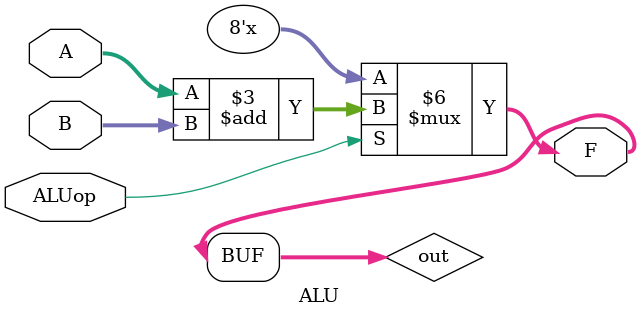
<source format=v>
`timescale 1ns / 1ps
module ALU(
    input [7:0] A,
    input [7:0] B,
    output [7:0] F,
    input ALUop
    );
	 
	 reg [7:0] out = 7'b0000000;
	 assign F = out;
	 
	 always@ (*)
		begin
			//out = A+B;
			if(ALUop == 1'b1)
				begin
					out = A+B;
				end
		end


endmodule

</source>
